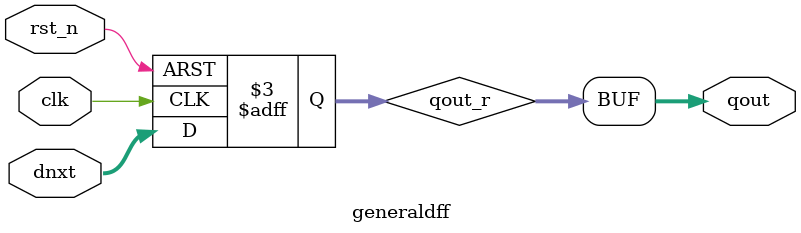
<source format=v>
module generaldff # (
  parameter DW = 32
) (

  input[DW-1:0]       dnxt,
  output[DW-1:0]      qout,

  input               clk,
  input               rst_n
);

reg [DW-1:0] qout_r;

always @(posedge clk or negedge rst_n)
begin : generaldff
  if (rst_n == 1'b0)
    qout_r <= {DW{1'b0}};
  else                  
    qout_r <= dnxt;
end

assign qout = qout_r;

endmodule
</source>
